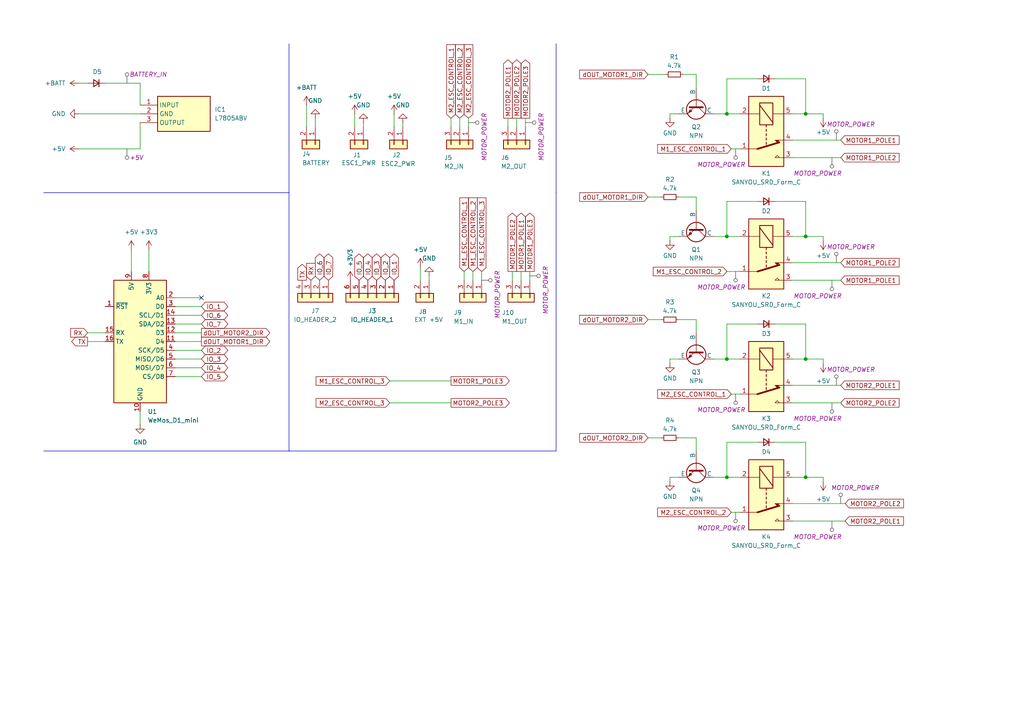
<source format=kicad_sch>
(kicad_sch (version 20231120) (generator "eeschema") (generator_version "8.0")
  (paper "A4")
  (lib_symbols
    (symbol "Connector_Generic:Conn_01x02" (pin_names (offset 1.016) hide)
      (property "Reference" "J" (at 0 2.54 0))
      (property "Value" "Conn_01x02" (at 0 -5.08 0))
      (symbol "Conn_01x02_1_1"
        (rectangle (start -1.27 -2.413) (end 0 -2.667) (stroke (width 0.1524)))
        (rectangle (start -1.27 0.127) (end 0 -0.127) (stroke (width 0.1524)))
        (rectangle (start -1.27 1.27) (end 1.27 -3.81) (stroke (width 0.254)) (fill (type background)))
        (pin passive line (at -5.08 0 0) (length 3.81) (name "Pin_1") (number "1"))
        (pin passive line (at -5.08 -2.54 0) (length 3.81) (name "Pin_2") (number "2"))
      )
    )
    (symbol "Connector_Generic:Conn_01x03" (pin_names (offset 1.016) hide)
      (property "Reference" "J" (at 0 5.08 0))
      (property "Value" "Conn_01x03" (at 0 -5.08 0))
      (symbol "Conn_01x03_1_1"
        (rectangle (start -1.27 -2.413) (end 0 -2.667) (stroke (width 0.1524)))
        (rectangle (start -1.27 0.127) (end 0 -0.127) (stroke (width 0.1524)))
        (rectangle (start -1.27 2.667) (end 0 2.413) (stroke (width 0.1524)))
        (rectangle (start -1.27 3.81) (end 1.27 -3.81) (stroke (width 0.254)) (fill (type background)))
        (pin passive line (at -5.08 2.54 0) (length 3.81) (name "Pin_1") (number "1"))
        (pin passive line (at -5.08 0 0) (length 3.81) (name "Pin_2") (number "2"))
        (pin passive line (at -5.08 -2.54 0) (length 3.81) (name "Pin_3") (number "3"))
      )
    )
    (symbol "Connector_Generic:Conn_01x04" (pin_names (offset 1.016) hide)
      (property "Reference" "J" (at 0 5.08 0))
      (property "Value" "Conn_01x04" (at 0 -7.62 0))
      (symbol "Conn_01x04_1_1"
        (rectangle (start -1.27 -4.953) (end 0 -5.207) (stroke (width 0.1524)))
        (rectangle (start -1.27 -2.413) (end 0 -2.667) (stroke (width 0.1524)))
        (rectangle (start -1.27 0.127) (end 0 -0.127) (stroke (width 0.1524)))
        (rectangle (start -1.27 2.667) (end 0 2.413) (stroke (width 0.1524)))
        (rectangle (start -1.27 3.81) (end 1.27 -6.35) (stroke (width 0.254)) (fill (type background)))
        (pin passive line (at -5.08 2.54 0) (length 3.81) (name "Pin_1") (number "1"))
        (pin passive line (at -5.08 0 0) (length 3.81) (name "Pin_2") (number "2"))
        (pin passive line (at -5.08 -2.54 0) (length 3.81) (name "Pin_3") (number "3"))
        (pin passive line (at -5.08 -5.08 0) (length 3.81) (name "Pin_4") (number "4"))
      )
    )
    (symbol "Connector_Generic:Conn_01x06" (pin_names (offset 1.016) hide)
      (property "Reference" "J" (at 0 7.62 0))
      (property "Value" "Conn_01x06" (at 0 -10.16 0))
      (symbol "Conn_01x06_1_1"
        (rectangle (start -1.27 -7.493) (end 0 -7.747) (stroke (width 0.1524)))
        (rectangle (start -1.27 -4.953) (end 0 -5.207) (stroke (width 0.1524)))
        (rectangle (start -1.27 -2.413) (end 0 -2.667) (stroke (width 0.1524)))
        (rectangle (start -1.27 0.127) (end 0 -0.127) (stroke (width 0.1524)))
        (rectangle (start -1.27 2.667) (end 0 2.413) (stroke (width 0.1524)))
        (rectangle (start -1.27 5.207) (end 0 4.953) (stroke (width 0.1524)))
        (rectangle (start -1.27 6.35) (end 1.27 -8.89) (stroke (width 0.254)) (fill (type background)))
        (pin passive line (at -5.08 5.08 0) (length 3.81) (name "Pin_1") (number "1"))
        (pin passive line (at -5.08 2.54 0) (length 3.81) (name "Pin_2") (number "2"))
        (pin passive line (at -5.08 0 0) (length 3.81) (name "Pin_3") (number "3"))
        (pin passive line (at -5.08 -2.54 0) (length 3.81) (name "Pin_4") (number "4"))
        (pin passive line (at -5.08 -5.08 0) (length 3.81) (name "Pin_5") (number "5"))
        (pin passive line (at -5.08 -7.62 0) (length 3.81) (name "Pin_6") (number "6"))
      )
    )
    (symbol "Device:D_Small" (pin_numbers hide) (pin_names (offset 0.254) hide)
      (property "Reference" "D" (at -1.27 2.032 0))
      (property "Value" "D_Small" (at -3.81 -2.032 0))
      (symbol "D_Small_0_1"
        (polyline (pts (xy -0.762 -1.016) (xy -0.762 1.016)) (stroke (width 0.254)))
        (polyline (pts (xy -0.762 0) (xy 0.762 0)))
        (polyline (pts (xy 0.762 -1.016) (xy -0.762 0) (xy 0.762 1.016) (xy 0.762 -1.016)) (stroke (width 0.254)))
      )
      (symbol "D_Small_1_1"
        (pin passive line (at -2.54 0 0) (length 1.778) (name "K") (number "1"))
        (pin passive line (at 2.54 0 180) (length 1.778) (name "A") (number "2"))
      )
    )
    (symbol "Device:R_Small" (pin_numbers hide) (pin_names (offset 0.254) hide)
      (property "Reference" "R" (at 0.762 0.508 0))
      (property "Value" "R_Small" (at 0.762 -1.016 0))
      (symbol "R_Small_0_1"
        (rectangle (start -0.762 1.778) (end 0.762 -1.778) (stroke (width 0.2032)))
      )
      (symbol "R_Small_1_1"
        (pin passive line (at 0 2.54 270) (length 0.762) (name "~") (number "1"))
        (pin passive line (at 0 -2.54 90) (length 0.762) (name "~") (number "2"))
      )
    )
    (symbol "MCU_Module:WeMos_D1_mini"
      (property "Reference" "U" (at 3.81 19.05 0))
      (property "Value" "WeMos_D1_mini" (at 1.27 -19.05 0))
      (symbol "WeMos_D1_mini_1_1"
        (rectangle (start -7.62 17.78) (end 7.62 -17.78) (stroke (width 0.254)) (fill (type background)))
        (pin input line (at -10.16 10.16 0) (length 2.54) (name "~{RST}") (number "1"))
        (pin power_in line (at 0 -20.32 90) (length 2.54) (name "GND") (number "10"))
        (pin bidirectional line (at 10.16 0 180) (length 2.54) (name "D4") (number "11"))
        (pin bidirectional line (at 10.16 2.54 180) (length 2.54) (name "D3") (number "12"))
        (pin bidirectional line (at 10.16 5.08 180) (length 2.54) (name "SDA/D2") (number "13"))
        (pin bidirectional line (at 10.16 7.62 180) (length 2.54) (name "SCL/D1") (number "14"))
        (pin input line (at -10.16 2.54 0) (length 2.54) (name "RX") (number "15"))
        (pin output line (at -10.16 0 0) (length 2.54) (name "TX") (number "16"))
        (pin input line (at 10.16 12.7 180) (length 2.54) (name "A0") (number "2"))
        (pin bidirectional line (at 10.16 10.16 180) (length 2.54) (name "D0") (number "3"))
        (pin bidirectional line (at 10.16 -2.54 180) (length 2.54) (name "SCK/D5") (number "4"))
        (pin bidirectional line (at 10.16 -5.08 180) (length 2.54) (name "MISO/D6") (number "5"))
        (pin bidirectional line (at 10.16 -7.62 180) (length 2.54) (name "MOSI/D7") (number "6"))
        (pin bidirectional line (at 10.16 -10.16 180) (length 2.54) (name "CS/D8") (number "7"))
        (pin power_out line (at 2.54 20.32 270) (length 2.54) (name "3V3") (number "8"))
        (pin power_in line (at -2.54 20.32 270) (length 2.54) (name "5V") (number "9"))
      )
    )
    (symbol "Relay:SANYOU_SRD_Form_C"
      (property "Reference" "K" (at 11.43 3.81 0))
      (property "Value" "SANYOU_SRD_Form_C" (at 11.43 1.27 0))
      (symbol "SANYOU_SRD_Form_C_0_0"
        (polyline (pts (xy 7.62 5.08) (xy 7.62 2.54) (xy 6.985 3.175) (xy 7.62 3.81)))
      )
      (symbol "SANYOU_SRD_Form_C_0_1"
        (rectangle (start -10.16 5.08) (end 10.16 -5.08) (stroke (width 0.254)) (fill (type background)))
        (rectangle (start -8.255 1.905) (end -1.905 -1.905) (stroke (width 0.254)))
        (polyline (pts (xy -7.62 -1.905) (xy -2.54 1.905)) (stroke (width 0.254)))
        (polyline (pts (xy -5.08 -5.08) (xy -5.08 -1.905)))
        (polyline (pts (xy -5.08 5.08) (xy -5.08 1.905)))
        (polyline (pts (xy -1.905 0) (xy -1.27 0)) (stroke (width 0.254)))
        (polyline (pts (xy -0.635 0) (xy 0 0)) (stroke (width 0.254)))
        (polyline (pts (xy 0.635 0) (xy 1.27 0)) (stroke (width 0.254)))
        (polyline (pts (xy 1.905 0) (xy 2.54 0)) (stroke (width 0.254)))
        (polyline (pts (xy 3.175 0) (xy 3.81 0)) (stroke (width 0.254)))
        (polyline (pts (xy 5.08 -2.54) (xy 3.175 3.81)) (stroke (width 0.508)))
        (polyline (pts (xy 5.08 -2.54) (xy 5.08 -5.08)))
      )
      (symbol "SANYOU_SRD_Form_C_1_1"
        (polyline (pts (xy 2.54 3.81) (xy 3.175 3.175) (xy 2.54 2.54) (xy 2.54 5.08)) (fill (type outline)))
        (pin passive line (at 5.08 -7.62 90) (length 2.54) (name "~") (number "1"))
        (pin passive line (at -5.08 -7.62 90) (length 2.54) (name "~") (number "2"))
        (pin passive line (at 7.62 7.62 270) (length 2.54) (name "~") (number "3"))
        (pin passive line (at 2.54 7.62 270) (length 2.54) (name "~") (number "4"))
        (pin passive line (at -5.08 7.62 270) (length 2.54) (name "~") (number "5"))
      )
    )
    (symbol "SamacSys_Parts:L7805ABV"
      (property "Reference" "IC" (at 21.59 7.62 0))
      (property "Value" "L7805ABV" (at 21.59 5.08 0))
      (symbol "L7805ABV_1_1"
        (rectangle (start 5.08 2.54) (end 20.32 -7.62) (stroke (width 0.254)) (fill (type background)))
        (pin passive line (at 0 0 0) (length 5.08) (name "INPUT") (number "1"))
        (pin passive line (at 0 -2.54 0) (length 5.08) (name "GND") (number "2"))
        (pin passive line (at 0 -5.08 0) (length 5.08) (name "OUTPUT") (number "3"))
      )
    )
    (symbol "Simulation_SPICE:NPN" (pin_numbers hide) (pin_names (offset 0))
      (property "Reference" "Q" (at -2.54 7.62 0))
      (property "Value" "NPN" (at -2.54 5.08 0))
      (symbol "NPN_0_1"
        (polyline (pts (xy -2.54 0) (xy 0.635 0)) (stroke (width 0.1524)))
        (polyline (pts (xy 0.635 0.635) (xy 2.54 2.54)))
        (polyline (pts (xy 2.794 -1.27) (xy 2.794 -1.27)) (stroke (width 0.1524)))
        (polyline (pts (xy 2.794 -1.27) (xy 2.794 -1.27)) (stroke (width 0.1524)))
        (polyline (pts (xy 0.635 -0.635) (xy 2.54 -2.54) (xy 2.54 -2.54)))
        (polyline (pts (xy 0.635 1.905) (xy 0.635 -1.905) (xy 0.635 -1.905)) (stroke (width 0.508)))
        (polyline (pts (xy 1.27 -1.778) (xy 1.778 -1.27) (xy 2.286 -2.286) (xy 1.27 -1.778) (xy 1.27 -1.778)) (fill (type outline)))
        (circle (center 1.27 0) (radius 2.8194) (stroke (width 0.254)))
      )
      (symbol "NPN_1_1"
        (pin open_collector line (at 2.54 5.08 270) (length 2.54) (name "C") (number "1"))
        (pin input line (at -5.08 0 0) (length 2.54) (name "B") (number "2"))
        (pin open_emitter line (at 2.54 -5.08 90) (length 2.54) (name "E") (number "3"))
      )
    )
    (symbol "power:+3V3" (power) (pin_numbers hide) (pin_names (offset 0) hide)
      (property "Value" "+3V3" (at 0 3.556 0))
      (symbol "+3V3_0_1"
        (polyline (pts (xy -0.762 1.27) (xy 0 2.54)))
        (polyline (pts (xy 0 0) (xy 0 2.54)))
        (polyline (pts (xy 0 2.54) (xy 0.762 1.27)))
      )
      (symbol "+3V3_1_1"
        (pin power_in line (at 0 0 90) (length 0) (name "~") (number "1"))
      )
    )
    (symbol "power:+5V" (power) (pin_numbers hide) (pin_names (offset 0) hide)
      (property "Value" "+5V" (at 0 3.556 0))
      (symbol "+5V_0_1"
        (polyline (pts (xy -0.762 1.27) (xy 0 2.54)))
        (polyline (pts (xy 0 0) (xy 0 2.54)))
        (polyline (pts (xy 0 2.54) (xy 0.762 1.27)))
      )
      (symbol "+5V_1_1"
        (pin power_in line (at 0 0 90) (length 0) (name "~") (number "1"))
      )
    )
    (symbol "power:+BATT" (power) (pin_numbers hide) (pin_names (offset 0) hide)
      (property "Value" "+BATT" (at 0 3.556 0))
      (symbol "+BATT_0_1"
        (polyline (pts (xy -0.762 1.27) (xy 0 2.54)))
        (polyline (pts (xy 0 0) (xy 0 2.54)))
        (polyline (pts (xy 0 2.54) (xy 0.762 1.27)))
      )
      (symbol "+BATT_1_1"
        (pin power_in line (at 0 0 90) (length 0) (name "~") (number "1"))
      )
    )
    (symbol "power:GND" (power) (pin_numbers hide) (pin_names (offset 0) hide)
      (property "Value" "GND" (at 0 -3.81 0))
      (symbol "GND_0_1"
        (polyline (pts (xy 0 0) (xy 0 -1.27) (xy 1.27 -1.27) (xy 0 -2.54) (xy -1.27 -1.27) (xy 0 -1.27)))
      )
      (symbol "GND_1_1"
        (pin power_in line (at 0 0 270) (length 0) (name "~") (number "1"))
      )
    )
  )
  (junction (at 233.68 33.02))
  (junction (at 233.68 68.58))
  (junction (at 210.82 68.58))
  (junction (at 233.68 104.14))
  (junction (at 210.82 33.02))
  (junction (at 233.68 138.43))
  (junction (at 210.82 138.43))
  (junction (at 210.82 104.14))
  (no_connect (at 58.42 86.36))
  (wire (pts (xy 224.79 22.86) (xy 233.68 22.86)))
  (polyline (pts (xy 161.29 130.81) (xy 161.29 55.88)))
  (wire (pts (xy 130.81 34.29) (xy 130.81 36.83)))
  (wire (pts (xy 116.84 35.56) (xy 116.84 36.83)))
  (wire (pts (xy 40.64 24.13) (xy 40.64 30.48)))
  (wire (pts (xy 147.32 34.29) (xy 147.32 36.83)))
  (wire (pts (xy 102.87 33.02) (xy 102.87 36.83)))
  (wire (pts (xy 50.8 93.98) (xy 58.42 93.98)))
  (polyline (pts (xy 83.82 55.88) (xy 83.82 130.81)))
  (wire (pts (xy 238.76 138.43) (xy 233.68 138.43)))
  (wire (pts (xy 194.31 68.58) (xy 196.85 68.58)))
  (wire (pts (xy 214.63 68.58) (xy 210.82 68.58)))
  (wire (pts (xy 22.86 43.18) (xy 40.64 43.18)))
  (wire (pts (xy 194.31 139.7) (xy 194.31 138.43)))
  (wire (pts (xy 201.93 92.71) (xy 201.93 96.52)))
  (wire (pts (xy 148.59 78.74) (xy 148.59 81.28)))
  (wire (pts (xy 135.89 34.29) (xy 135.89 36.83)))
  (wire (pts (xy 214.63 33.02) (xy 210.82 33.02)))
  (wire (pts (xy 201.93 127) (xy 201.93 130.81)))
  (wire (pts (xy 133.35 34.29) (xy 133.35 36.83)))
  (wire (pts (xy 207.01 33.02) (xy 210.82 33.02)))
  (wire (pts (xy 238.76 139.7) (xy 238.76 138.43)))
  (wire (pts (xy 233.68 33.02) (xy 229.87 33.02)))
  (wire (pts (xy 43.18 72.39) (xy 43.18 78.74)))
  (wire (pts (xy 238.76 33.02) (xy 233.68 33.02)))
  (wire (pts (xy 201.93 21.59) (xy 201.93 25.4)))
  (wire (pts (xy 219.71 128.27) (xy 210.82 128.27)))
  (wire (pts (xy 224.79 128.27) (xy 233.68 128.27)))
  (wire (pts (xy 229.87 111.76) (xy 243.84 111.76)))
  (wire (pts (xy 229.87 40.64) (xy 243.84 40.64)))
  (wire (pts (xy 187.96 21.59) (xy 193.04 21.59)))
  (polyline (pts (xy 12.7 55.88) (xy 83.82 55.88)))
  (wire (pts (xy 149.86 34.29) (xy 149.86 36.83)))
  (wire (pts (xy 91.44 34.29) (xy 91.44 36.83)))
  (wire (pts (xy 224.79 58.42) (xy 233.68 58.42)))
  (wire (pts (xy 40.64 119.38) (xy 40.64 123.19)))
  (wire (pts (xy 229.87 76.2) (xy 243.84 76.2)))
  (wire (pts (xy 219.71 58.42) (xy 210.82 58.42)))
  (wire (pts (xy 196.85 57.15) (xy 201.93 57.15)))
  (wire (pts (xy 196.85 92.71) (xy 201.93 92.71)))
  (wire (pts (xy 233.68 68.58) (xy 229.87 68.58)))
  (wire (pts (xy 238.76 105.41) (xy 238.76 104.14)))
  (wire (pts (xy 238.76 69.85) (xy 238.76 68.58)))
  (wire (pts (xy 229.87 146.05) (xy 245.11 146.05)))
  (wire (pts (xy 22.86 33.02) (xy 40.64 33.02)))
  (wire (pts (xy 194.31 34.29) (xy 194.31 33.02)))
  (wire (pts (xy 50.8 88.9) (xy 58.42 88.9)))
  (wire (pts (xy 105.41 35.56) (xy 105.41 36.83)))
  (wire (pts (xy 187.96 92.71) (xy 191.77 92.71)))
  (wire (pts (xy 233.68 128.27) (xy 233.68 138.43)))
  (wire (pts (xy 50.8 96.52) (xy 58.42 96.52)))
  (wire (pts (xy 187.96 57.15) (xy 191.77 57.15)))
  (polyline (pts (xy 161.29 12.7) (xy 161.29 55.88)))
  (polyline (pts (xy 83.82 130.81) (xy 161.29 130.81)))
  (wire (pts (xy 212.09 43.18) (xy 214.63 43.18)))
  (wire (pts (xy 214.63 104.14) (xy 210.82 104.14)))
  (wire (pts (xy 233.68 138.43) (xy 229.87 138.43)))
  (wire (pts (xy 38.1 72.39) (xy 38.1 78.74)))
  (wire (pts (xy 194.31 33.02) (xy 196.85 33.02)))
  (wire (pts (xy 50.8 101.6) (xy 58.42 101.6)))
  (wire (pts (xy 214.63 138.43) (xy 210.82 138.43)))
  (wire (pts (xy 238.76 104.14) (xy 233.68 104.14)))
  (wire (pts (xy 152.4 34.29) (xy 152.4 36.83)))
  (wire (pts (xy 198.12 21.59) (xy 201.93 21.59)))
  (wire (pts (xy 238.76 34.29) (xy 238.76 33.02)))
  (wire (pts (xy 233.68 22.86) (xy 233.68 33.02)))
  (wire (pts (xy 50.8 86.36) (xy 58.42 86.36)))
  (polyline (pts (xy 12.7 130.81) (xy 83.82 130.81)))
  (wire (pts (xy 233.68 58.42) (xy 233.68 68.58)))
  (wire (pts (xy 233.68 104.14) (xy 229.87 104.14)))
  (wire (pts (xy 212.09 114.3) (xy 214.63 114.3)))
  (wire (pts (xy 238.76 68.58) (xy 233.68 68.58)))
  (wire (pts (xy 210.82 78.74) (xy 214.63 78.74)))
  (wire (pts (xy 153.67 78.74) (xy 153.67 81.28)))
  (wire (pts (xy 201.93 57.15) (xy 201.93 60.96)))
  (wire (pts (xy 187.96 127) (xy 191.77 127)))
  (wire (pts (xy 139.7 78.74) (xy 139.7 81.28)))
  (wire (pts (xy 50.8 109.22) (xy 58.42 109.22)))
  (wire (pts (xy 113.03 110.49) (xy 130.81 110.49)))
  (wire (pts (xy 25.4 96.52) (xy 30.48 96.52)))
  (wire (pts (xy 210.82 58.42) (xy 210.82 68.58)))
  (wire (pts (xy 25.4 99.06) (xy 30.48 99.06)))
  (wire (pts (xy 50.8 99.06) (xy 58.42 99.06)))
  (wire (pts (xy 210.82 22.86) (xy 210.82 33.02)))
  (wire (pts (xy 207.01 104.14) (xy 210.82 104.14)))
  (wire (pts (xy 210.82 128.27) (xy 210.82 138.43)))
  (wire (pts (xy 50.8 104.14) (xy 58.42 104.14)))
  (wire (pts (xy 88.9 30.48) (xy 88.9 36.83)))
  (wire (pts (xy 124.46 80.01) (xy 124.46 81.28)))
  (wire (pts (xy 207.01 68.58) (xy 210.82 68.58)))
  (wire (pts (xy 194.31 138.43) (xy 196.85 138.43)))
  (wire (pts (xy 219.71 22.86) (xy 210.82 22.86)))
  (wire (pts (xy 229.87 116.84) (xy 243.84 116.84)))
  (wire (pts (xy 40.64 43.18) (xy 40.64 35.56)))
  (wire (pts (xy 113.03 116.84) (xy 130.81 116.84)))
  (wire (pts (xy 210.82 93.98) (xy 210.82 104.14)))
  (wire (pts (xy 224.79 93.98) (xy 233.68 93.98)))
  (wire (pts (xy 137.16 78.74) (xy 137.16 81.28)))
  (wire (pts (xy 229.87 81.28) (xy 243.84 81.28)))
  (wire (pts (xy 30.48 24.13) (xy 40.64 24.13)))
  (wire (pts (xy 50.8 91.44) (xy 58.42 91.44)))
  (wire (pts (xy 196.85 127) (xy 201.93 127)))
  (wire (pts (xy 194.31 69.85) (xy 194.31 68.58)))
  (wire (pts (xy 194.31 104.14) (xy 196.85 104.14)))
  (wire (pts (xy 121.92 77.47) (xy 121.92 81.28)))
  (wire (pts (xy 229.87 45.72) (xy 243.84 45.72)))
  (wire (pts (xy 25.4 24.13) (xy 22.86 24.13)))
  (wire (pts (xy 212.09 148.59) (xy 214.63 148.59)))
  (wire (pts (xy 134.62 78.74) (xy 134.62 81.28)))
  (wire (pts (xy 233.68 93.98) (xy 233.68 104.14)))
  (polyline (pts (xy 83.82 12.7) (xy 83.82 55.88)))
  (wire (pts (xy 114.3 33.02) (xy 114.3 36.83)))
  (wire (pts (xy 207.01 138.43) (xy 210.82 138.43)))
  (wire (pts (xy 229.87 151.13) (xy 245.11 151.13)))
  (wire (pts (xy 194.31 105.41) (xy 194.31 104.14)))
  (wire (pts (xy 219.71 93.98) (xy 210.82 93.98)))
  (wire (pts (xy 151.13 78.74) (xy 151.13 81.28)))
  (wire (pts (xy 50.8 106.68) (xy 58.42 106.68)))
  (global_label "M1_ESC_CONTROL_1" (shape input) (at 134.62 78.74 90) (property "Intersheetrefs" "${INTERSHEET_REFS}" (effects (hide yes))))
  (global_label "M2_ESC_CONTROL_3" (shape input) (at 135.89 34.29 90) (property "Intersheetrefs" "${INTERSHEET_REFS}" (effects (hide yes))))
  (global_label "IO_5" (shape bidirectional) (at 58.42 109.22 0) (property "Intersheetrefs" "${INTERSHEET_REFS}" (effects (hide yes))))
  (global_label "IO_7" (shape bidirectional) (at 95.25 81.28 90) (property "Intersheetrefs" "${INTERSHEET_REFS}" (effects (hide yes))))
  (global_label "MOTOR2_POLE2" (shape input) (at 243.84 116.84 0) (property "Intersheetrefs" "${INTERSHEET_REFS}" (effects (hide yes))))
  (global_label "MOTOR2_POLE3" (shape output) (at 152.4 34.29 90) (property "Intersheetrefs" "${INTERSHEET_REFS}" (effects (hide yes))))
  (global_label "IO_5" (shape bidirectional) (at 104.14 81.28 90) (property "Intersheetrefs" "${INTERSHEET_REFS}" (effects (hide yes))))
  (global_label "IO_7" (shape bidirectional) (at 58.42 93.98 0) (property "Intersheetrefs" "${INTERSHEET_REFS}" (effects (hide yes))))
  (global_label "IO_6" (shape bidirectional) (at 58.42 91.44 0) (property "Intersheetrefs" "${INTERSHEET_REFS}" (effects (hide yes))))
  (global_label "M2_ESC_CONTROL_1" (shape input) (at 130.81 34.29 90) (property "Intersheetrefs" "${INTERSHEET_REFS}" (effects (hide yes))))
  (global_label "IO_2" (shape bidirectional) (at 111.76 81.28 90) (property "Intersheetrefs" "${INTERSHEET_REFS}" (effects (hide yes))))
  (global_label "MOTOR2_POLE1" (shape output) (at 147.32 34.29 90) (property "Intersheetrefs" "${INTERSHEET_REFS}" (effects (hide yes))))
  (global_label "M2_ESC_CONTROL_2" (shape input) (at 133.35 34.29 90) (property "Intersheetrefs" "${INTERSHEET_REFS}" (effects (hide yes))))
  (global_label "MOTOR2_POLE3" (shape output) (at 130.81 116.84 0) (property "Intersheetrefs" "${INTERSHEET_REFS}" (effects (hide yes))))
  (global_label "M1_ESC_CONTROL_3" (shape input) (at 113.03 110.49 180) (property "Intersheetrefs" "${INTERSHEET_REFS}" (effects (hide yes))))
  (global_label "M1_ESC_CONTROL_2" (shape input) (at 210.82 78.74 180) (property "Intersheetrefs" "${INTERSHEET_REFS}" (effects (hide yes))))
  (global_label "dOUT_MOTOR1_DIR" (shape input) (at 187.96 57.15 180) (property "Intersheetrefs" "${INTERSHEET_REFS}" (effects (hide yes))))
  (global_label "M1_ESC_CONTROL_3" (shape input) (at 139.7 78.74 90) (property "Intersheetrefs" "${INTERSHEET_REFS}" (effects (hide yes))))
  (global_label "IO_2" (shape bidirectional) (at 58.42 101.6 0) (property "Intersheetrefs" "${INTERSHEET_REFS}" (effects (hide yes))))
  (global_label "RX" (shape input) (at 90.17 81.28 90) (property "Intersheetrefs" "${INTERSHEET_REFS}" (effects (hide yes))))
  (global_label "MOTOR1_POLE2" (shape output) (at 148.59 78.74 90) (property "Intersheetrefs" "${INTERSHEET_REFS}" (effects (hide yes))))
  (global_label "MOTOR1_POLE1" (shape input) (at 243.84 81.28 0) (property "Intersheetrefs" "${INTERSHEET_REFS}" (effects (hide yes))))
  (global_label "IO_4" (shape bidirectional) (at 58.42 106.68 0) (property "Intersheetrefs" "${INTERSHEET_REFS}" (effects (hide yes))))
  (global_label "IO_1" (shape bidirectional) (at 58.42 88.9 0) (property "Intersheetrefs" "${INTERSHEET_REFS}" (effects (hide yes))))
  (global_label "dOUT_MOTOR1_DIR" (shape output) (at 58.42 99.06 0) (property "Intersheetrefs" "${INTERSHEET_REFS}" (effects (hide yes))))
  (global_label "IO_1" (shape bidirectional) (at 114.3 81.28 90) (property "Intersheetrefs" "${INTERSHEET_REFS}" (effects (hide yes))))
  (global_label "TX" (shape output) (at 87.63 81.28 90) (property "Intersheetrefs" "${INTERSHEET_REFS}" (effects (hide yes))))
  (global_label "MOTOR2_POLE1" (shape input) (at 245.11 151.13 0) (property "Intersheetrefs" "${INTERSHEET_REFS}" (effects (hide yes))))
  (global_label "MOTOR2_POLE1" (shape input) (at 243.84 111.76 0) (property "Intersheetrefs" "${INTERSHEET_REFS}" (effects (hide yes))))
  (global_label "MOTOR1_POLE2" (shape input) (at 243.84 76.2 0) (property "Intersheetrefs" "${INTERSHEET_REFS}" (effects (hide yes))))
  (global_label "dOUT_MOTOR2_DIR" (shape output) (at 58.42 96.52 0) (property "Intersheetrefs" "${INTERSHEET_REFS}" (effects (hide yes))))
  (global_label "IO_3" (shape bidirectional) (at 109.22 81.28 90) (property "Intersheetrefs" "${INTERSHEET_REFS}" (effects (hide yes))))
  (global_label "M2_ESC_CONTROL_3" (shape input) (at 113.03 116.84 180) (property "Intersheetrefs" "${INTERSHEET_REFS}" (effects (hide yes))))
  (global_label "dOUT_MOTOR2_DIR" (shape input) (at 187.96 92.71 180) (property "Intersheetrefs" "${INTERSHEET_REFS}" (effects (hide yes))))
  (global_label "M2_ESC_CONTROL_2" (shape input) (at 212.09 148.59 180) (property "Intersheetrefs" "${INTERSHEET_REFS}" (effects (hide yes))))
  (global_label "MOTOR2_POLE2" (shape input) (at 245.11 146.05 0) (property "Intersheetrefs" "${INTERSHEET_REFS}" (effects (hide yes))))
  (global_label "dOUT_MOTOR2_DIR" (shape input) (at 187.96 127 180) (property "Intersheetrefs" "${INTERSHEET_REFS}" (effects (hide yes))))
  (global_label "IO_3" (shape bidirectional) (at 58.42 104.14 0) (property "Intersheetrefs" "${INTERSHEET_REFS}" (effects (hide yes))))
  (global_label "M2_ESC_CONTROL_1" (shape input) (at 212.09 114.3 180) (property "Intersheetrefs" "${INTERSHEET_REFS}" (effects (hide yes))))
  (global_label "MOTOR1_POLE3" (shape output) (at 130.81 110.49 0) (property "Intersheetrefs" "${INTERSHEET_REFS}" (effects (hide yes))))
  (global_label "MOTOR1_POLE3" (shape output) (at 153.67 78.74 90) (property "Intersheetrefs" "${INTERSHEET_REFS}" (effects (hide yes))))
  (global_label "TX" (shape output) (at 25.4 99.06 180) (property "Intersheetrefs" "${INTERSHEET_REFS}" (effects (hide yes))))
  (global_label "M1_ESC_CONTROL_1" (shape input) (at 212.09 43.18 180) (property "Intersheetrefs" "${INTERSHEET_REFS}" (effects (hide yes))))
  (global_label "RX" (shape input) (at 25.4 96.52 180) (property "Intersheetrefs" "${INTERSHEET_REFS}" (effects (hide yes))))
  (global_label "IO_6" (shape bidirectional) (at 92.71 81.28 90) (property "Intersheetrefs" "${INTERSHEET_REFS}" (effects (hide yes))))
  (global_label "MOTOR1_POLE1" (shape input) (at 243.84 40.64 0) (property "Intersheetrefs" "${INTERSHEET_REFS}" (effects (hide yes))))
  (global_label "dOUT_MOTOR1_DIR" (shape input) (at 187.96 21.59 180) (property "Intersheetrefs" "${INTERSHEET_REFS}" (effects (hide yes))))
  (global_label "MOTOR1_POLE2" (shape input) (at 243.84 45.72 0) (property "Intersheetrefs" "${INTERSHEET_REFS}" (effects (hide yes))))
  (global_label "IO_4" (shape bidirectional) (at 106.68 81.28 90) (property "Intersheetrefs" "${INTERSHEET_REFS}" (effects (hide yes))))
  (global_label "M1_ESC_CONTROL_2" (shape input) (at 137.16 78.74 90) (property "Intersheetrefs" "${INTERSHEET_REFS}" (effects (hide yes))))
  (global_label "MOTOR1_POLE1" (shape output) (at 151.13 78.74 90) (property "Intersheetrefs" "${INTERSHEET_REFS}" (effects (hide yes))))
  (global_label "MOTOR2_POLE2" (shape output) (at 149.86 34.29 90) (property "Intersheetrefs" "${INTERSHEET_REFS}" (effects (hide yes))))
  (netclass_flag "" (length 2.54) (shape round) (at 243.84 146.05 0) (property "Netclass" "MOTOR_POWER" (at 255.016 141.478 0) (effects (font (italic yes)) (justify right))))
  (netclass_flag "" (length 2.54) (shape round) (at 213.36 78.74 180) (property "Netclass" "MOTOR_POWER" (at 202.184 83.312 0) (effects (font (italic yes)) (justify left))))
  (netclass_flag "" (length 2.54) (shape round) (at 139.7 81.28 270) (property "Netclass" "MOTOR_POWER" (at 144.272 92.456 90) (effects (font (italic yes)) (justify left))))
  (netclass_flag "" (length 2.54) (shape round) (at 241.3 151.13 180) (property "Netclass" "MOTOR_POWER" (at 230.124 155.702 0) (effects (font (italic yes)) (justify left))))
  (netclass_flag "" (length 2.54) (shape round) (at 213.36 148.59 180) (property "Netclass" "MOTOR_POWER" (at 202.184 153.162 0) (effects (font (italic yes)) (justify left))))
  (netclass_flag "" (length 2.54) (shape round) (at 36.83 43.18 180) (property "Netclass" "+5V" (at 37.5285 45.72 0) (effects (font (italic yes)) (justify left))))
  (netclass_flag "" (length 2.54) (shape round) (at 213.36 114.3 180) (property "Netclass" "MOTOR_POWER" (at 202.184 118.872 0) (effects (font (italic yes)) (justify left))))
  (netclass_flag "" (length 2.54) (shape round) (at 241.3 81.28 180) (property "Netclass" "MOTOR_POWER" (at 230.124 85.852 0) (effects (font (italic yes)) (justify left))))
  (netclass_flag "" (length 2.54) (shape round) (at 241.3 45.72 180) (property "Netclass" "MOTOR_POWER" (at 230.124 50.292 0) (effects (font (italic yes)) (justify left))))
  (netclass_flag "" (length 2.54) (shape round) (at 153.67 80.01 270) (property "Netclass" "MOTOR_POWER" (at 158.242 91.186 90) (effects (font (italic yes)) (justify left))))
  (netclass_flag "" (length 2.54) (shape round) (at 36.83 24.13 0) (property "Netclass" "BATTERY_IN" (at 37.5285 21.59 0) (effects (font (italic yes)) (justify left))))
  (netclass_flag "" (length 2.54) (shape round) (at 135.89 35.56 270) (property "Netclass" "MOTOR_POWER" (at 140.462 46.736 90) (effects (font (italic yes)) (justify left))))
  (netclass_flag "" (length 2.54) (shape round) (at 242.57 111.76 0) (property "Netclass" "MOTOR_POWER" (at 253.746 107.188 0) (effects (font (italic yes)) (justify right))))
  (netclass_flag "" (length 2.54) (shape round) (at 152.4 35.56 270) (property "Netclass" "MOTOR_POWER" (at 156.972 46.736 90) (effects (font (italic yes)) (justify left))))
  (netclass_flag "" (length 2.54) (shape round) (at 242.57 76.2 0) (property "Netclass" "MOTOR_POWER" (at 253.746 71.628 0) (effects (font (italic yes)) (justify right))))
  (netclass_flag "" (length 2.54) (shape round) (at 242.57 40.64 0) (property "Netclass" "MOTOR_POWER" (at 253.746 36.068 0) (effects (font (italic yes)) (justify right))))
  (netclass_flag "" (length 2.54) (shape round) (at 213.36 43.18 180) (property "Netclass" "MOTOR_POWER" (at 202.184 47.752 0) (effects (font (italic yes)) (justify left))))
  (netclass_flag "" (length 2.54) (shape round) (at 241.3 116.84 180) (property "Netclass" "MOTOR_POWER" (at 230.124 121.412 0) (effects (font (italic yes)) (justify left))))
  (symbol (lib_id "Connector_Generic:Conn_01x03") (at 137.16 86.36 270) (unit 1)
    (property "Reference" "J9" (at 131.572 90.678 90) (effects (justify left)))
    (property "Value" "M1_IN" (at 131.572 93.218 90) (effects (justify left)))
    (property "Footprint" "TerminalBlock:TerminalBlock_Altech_AK300-3_P5.00mm" (effects (hide yes)))
    (property "Description" "Generic connector, single row, 01x03, script generated (kicad-library-utils/schlib/autogen/connector/)" (effects (hide yes)))
  )
  (symbol (lib_id "power:GND") (at 194.31 34.29 0) (unit 1)
    (property "Reference" "#PWR04" (effects (hide yes)))
    (property "Value" "GND" (at 194.31 38.608 0))
    (property "Description" "Power symbol creates a global label with name \"GND\" , ground" (effects (hide yes)))
  )
  (symbol (lib_id "power:GND") (at 124.46 80.01 180) (unit 1)
    (property "Reference" "#PWR023" (effects (hide yes)))
    (property "Value" "GND" (at 124.46 74.93 0))
    (property "Description" "Power symbol creates a global label with name \"GND\" , ground" (effects (hide yes)))
  )
  (symbol (lib_id "Relay:SANYOU_SRD_Form_C") (at 222.25 143.51 270) (unit 1)
    (property "Reference" "K4" (at 222.25 155.702 90))
    (property "Value" "SANYOU_SRD_Form_C" (at 222.25 158.242 90))
    (property "Footprint" "Relay_THT:Relay_SPDT_SANYOU_SRD_Series_Form_C" (effects (hide yes)))
    (property "Datasheet" "http://www.sanyourelay.ca/public/products/pdf/SRD.pdf" (effects (hide yes)))
    (property "Description" "Sanyo SRD relay, Single Pole Miniature Power Relay," (effects (hide yes)))
  )
  (symbol (lib_id "Connector_Generic:Conn_01x02") (at 116.84 41.91 270) (unit 1)
    (property "Reference" "J2" (at 113.792 44.958 90) (effects (justify left)))
    (property "Value" "ESC2_PWR" (at 110.49 47.498 90) (effects (justify left)))
    (property "Footprint" "TerminalBlock:TerminalBlock_Xinya_XY308-2.54-2P_1x02_P2.54mm_Horizontal" (effects (hide yes)))
    (property "Description" "Generic connector, single row, 01x02, script generated (kicad-library-utils/schlib/autogen/connector/)" (effects (hide yes)))
  )
  (symbol (lib_id "Relay:SANYOU_SRD_Form_C") (at 222.25 38.1 270) (unit 1)
    (property "Reference" "K1" (at 222.25 50.292 90))
    (property "Value" "SANYOU_SRD_Form_C" (at 222.25 52.832 90))
    (property "Footprint" "Relay_THT:Relay_SPDT_SANYOU_SRD_Series_Form_C" (effects (hide yes)))
    (property "Datasheet" "http://www.sanyourelay.ca/public/products/pdf/SRD.pdf" (effects (hide yes)))
    (property "Description" "Sanyo SRD relay, Single Pole Miniature Power Relay," (effects (hide yes)))
  )
  (symbol (lib_id "power:+BATT") (at 22.86 24.13 90) (unit 1)
    (property "Reference" "#PWR011" (effects (hide yes)))
    (property "Value" "+BATT" (at 19.05 24.1299 90) (effects (justify left)))
    (property "Description" "Power symbol creates a global label with name \"+BATT\"" (effects (hide yes)))
  )
  (symbol (lib_id "power:+5V") (at 121.92 77.47 0) (unit 1)
    (property "Reference" "#PWR022" (effects (hide yes)))
    (property "Value" "+5V" (at 121.92 72.39 0))
    (property "Description" "Power symbol creates a global label with name \"+5V\"" (effects (hide yes)))
  )
  (symbol (lib_id "power:+5V") (at 238.76 69.85 180) (unit 1)
    (property "Reference" "#PWR06" (effects (hide yes)))
    (property "Value" "+5V" (at 238.76 74.168 0))
    (property "Description" "Power symbol creates a global label with name \"+5V\"" (effects (hide yes)))
  )
  (symbol (lib_id "Simulation_SPICE:NPN") (at 201.93 135.89 270) (unit 1)
    (property "Reference" "Q4" (at 201.93 142.24 90))
    (property "Value" "NPN" (at 201.93 144.78 90))
    (property "Footprint" "Package_TO_SOT_THT:TO-92L_Inline" (effects (hide yes)))
    (property "Datasheet" "https://ngspice.sourceforge.io/docs/ngspice-html-manual/manual.xhtml#cha_BJTs" (effects (hide yes)))
    (property "Description" "Bipolar transistor symbol for simulation only, substrate tied to the emitter" (effects (hide yes)))
    (property "Sim.Device" "NPN" (effects (hide yes)))
    (property "Sim.Type" "GUMMELPOON" (effects (hide yes)))
    (property "Sim.Pins" "1=C 2=B 3=E" (effects (hide yes)))
  )
  (symbol (lib_id "power:GND") (at 91.44 34.29 180) (unit 1)
    (property "Reference" "#PWR019" (effects (hide yes)))
    (property "Value" "GND" (at 91.44 29.21 0))
    (property "Description" "Power symbol creates a global label with name \"GND\" , ground" (effects (hide yes)))
  )
  (symbol (lib_id "power:GND") (at 194.31 139.7 0) (unit 1)
    (property "Reference" "#PWR09" (effects (hide yes)))
    (property "Value" "GND" (at 194.31 144.018 0))
    (property "Description" "Power symbol creates a global label with name \"GND\" , ground" (effects (hide yes)))
  )
  (symbol (lib_id "Connector_Generic:Conn_01x03") (at 151.13 86.36 270) (unit 1)
    (property "Reference" "J10" (at 145.542 90.678 90) (effects (justify left)))
    (property "Value" "M1_OUT" (at 145.542 93.218 90) (effects (justify left)))
    (property "Footprint" "TerminalBlock:TerminalBlock_Altech_AK300-3_P5.00mm" (effects (hide yes)))
    (property "Description" "Generic connector, single row, 01x03, script generated (kicad-library-utils/schlib/autogen/connector/)" (effects (hide yes)))
  )
  (symbol (lib_id "power:GND") (at 105.41 35.56 180) (unit 1)
    (property "Reference" "#PWR015" (effects (hide yes)))
    (property "Value" "GND" (at 105.41 30.48 0))
    (property "Description" "Power symbol creates a global label with name \"GND\" , ground" (effects (hide yes)))
  )
  (symbol (lib_id "Device:D_Small") (at 222.25 93.98 180) (unit 1)
    (property "Reference" "D3" (at 222.25 96.774 0))
    (property "Value" "D_Small" (effects (hide yes)))
    (property "Footprint" "Diode_THT:D_DO-41_SOD81_P10.16mm_Horizontal" (effects (hide yes)))
    (property "Description" "Diode, small symbol" (effects (hide yes)))
    (property "Sim.Device" "D" (effects (hide yes)))
    (property "Sim.Pins" "1=K 2=A" (effects (hide yes)))
  )
  (symbol (lib_id "power:+5V") (at 22.86 43.18 90) (unit 1)
    (property "Reference" "#PWR013" (effects (hide yes)))
    (property "Value" "+5V" (at 19.05 43.1799 90) (effects (justify left)))
    (property "Description" "Power symbol creates a global label with name \"+5V\"" (effects (hide yes)))
  )
  (symbol (lib_id "Connector_Generic:Conn_01x02") (at 91.44 41.91 270) (unit 1)
    (property "Reference" "J4" (at 87.63 44.704 90) (effects (justify left)))
    (property "Value" "BATTERY" (at 87.63 47.244 90) (effects (justify left)))
    (property "Footprint" "Connector_AMASS:AMASS_XT60PW-M_1x02_P7.20mm_Horizontal" (effects (hide yes)))
    (property "Description" "Generic connector, single row, 01x02, script generated (kicad-library-utils/schlib/autogen/connector/)" (effects (hide yes)))
  )
  (symbol (lib_id "Device:D_Small") (at 222.25 58.42 180) (unit 1)
    (property "Reference" "D2" (at 222.25 61.214 0))
    (property "Value" "D_Small" (effects (hide yes)))
    (property "Footprint" "Diode_THT:D_DO-41_SOD81_P10.16mm_Horizontal" (effects (hide yes)))
    (property "Description" "Diode, small symbol" (effects (hide yes)))
    (property "Sim.Device" "D" (effects (hide yes)))
    (property "Sim.Pins" "1=K 2=A" (effects (hide yes)))
  )
  (symbol (lib_id "Connector_Generic:Conn_01x02") (at 105.41 41.91 270) (unit 1)
    (property "Reference" "J1" (at 102.362 44.958 90) (effects (justify left)))
    (property "Value" "ESC1_PWR" (at 99.06 47.244 90) (effects (justify left)))
    (property "Footprint" "TerminalBlock:TerminalBlock_Xinya_XY308-2.54-2P_1x02_P2.54mm_Horizontal" (effects (hide yes)))
    (property "Description" "Generic connector, single row, 01x02, script generated (kicad-library-utils/schlib/autogen/connector/)" (effects (hide yes)))
  )
  (symbol (lib_id "Connector_Generic:Conn_01x02") (at 124.46 86.36 270) (unit 1)
    (property "Reference" "J8" (at 121.412 90.424 90) (effects (justify left)))
    (property "Value" "EXT +5V" (at 120.142 92.71 90) (effects (justify left)))
    (property "Footprint" "TerminalBlock:TerminalBlock_Xinya_XY308-2.54-2P_1x02_P2.54mm_Horizontal" (effects (hide yes)))
    (property "Description" "Generic connector, single row, 01x02, script generated (kicad-library-utils/schlib/autogen/connector/)" (effects (hide yes)))
  )
  (symbol (lib_id "Device:R_Small") (at 195.58 21.59 90) (unit 1)
    (property "Reference" "R1" (at 195.58 16.51 90))
    (property "Value" "4.7k" (at 195.58 19.05 90))
    (property "Footprint" "Resistor_THT:R_Axial_DIN0207_L6.3mm_D2.5mm_P15.24mm_Horizontal" (effects (hide yes)))
    (property "Description" "Resistor, small symbol" (effects (hide yes)))
  )
  (symbol (lib_id "Connector_Generic:Conn_01x03") (at 149.86 41.91 270) (unit 1)
    (property "Reference" "J6" (at 145.288 45.72 90) (effects (justify left)))
    (property "Value" "M2_OUT" (at 145.288 48.26 90) (effects (justify left)))
    (property "Footprint" "TerminalBlock:TerminalBlock_Altech_AK300-3_P5.00mm" (effects (hide yes)))
    (property "Description" "Generic connector, single row, 01x03, script generated (kicad-library-utils/schlib/autogen/connector/)" (effects (hide yes)))
  )
  (symbol (lib_id "power:+3V3") (at 43.18 72.39 0) (unit 1)
    (property "Reference" "#PWR020" (effects (hide yes)))
    (property "Value" "+3V3" (at 43.18 67.31 0))
    (property "Description" "Power symbol creates a global label with name \"+3V3\"" (effects (hide yes)))
  )
  (symbol (lib_id "MCU_Module:WeMos_D1_mini") (at 40.64 99.06 0) (unit 1)
    (property "Reference" "U1" (at 42.8341 119.38 0) (effects (justify left)))
    (property "Value" "WeMos_D1_mini" (at 42.8341 121.92 0) (effects (justify left)))
    (property "Footprint" "Module:WEMOS_D1_mini_light" (effects (hide yes)))
    (property "Datasheet" "https://wiki.wemos.cc/products:d1:d1_mini#documentation" (effects (hide yes)))
    (property "Description" "32-bit microcontroller module with WiFi" (effects (hide yes)))
  )
  (symbol (lib_id "power:GND") (at 194.31 105.41 0) (unit 1)
    (property "Reference" "#PWR07" (effects (hide yes)))
    (property "Value" "GND" (at 194.31 109.728 0))
    (property "Description" "Power symbol creates a global label with name \"GND\" , ground" (effects (hide yes)))
  )
  (symbol (lib_id "power:+5V") (at 238.76 34.29 180) (unit 1)
    (property "Reference" "#PWR03" (effects (hide yes)))
    (property "Value" "+5V" (at 238.76 38.354 0))
    (property "Description" "Power symbol creates a global label with name \"+5V\"" (effects (hide yes)))
  )
  (symbol (lib_id "power:+5V") (at 38.1 72.39 0) (unit 1)
    (property "Reference" "#PWR01" (effects (hide yes)))
    (property "Value" "+5V" (at 38.1 67.31 0))
    (property "Description" "Power symbol creates a global label with name \"+5V\"" (effects (hide yes)))
  )
  (symbol (lib_id "power:+5V") (at 102.87 33.02 0) (unit 1)
    (property "Reference" "#PWR014" (effects (hide yes)))
    (property "Value" "+5V" (at 102.87 27.94 0))
    (property "Description" "Power symbol creates a global label with name \"+5V\"" (effects (hide yes)))
  )
  (symbol (lib_id "power:+BATT") (at 88.9 30.48 0) (unit 1)
    (property "Reference" "#PWR018" (effects (hide yes)))
    (property "Value" "+BATT" (at 88.9 25.4 0))
    (property "Description" "Power symbol creates a global label with name \"+BATT\"" (effects (hide yes)))
  )
  (symbol (lib_id "power:+5V") (at 114.3 33.02 0) (unit 1)
    (property "Reference" "#PWR016" (effects (hide yes)))
    (property "Value" "+5V" (at 114.3 27.94 0))
    (property "Description" "Power symbol creates a global label with name \"+5V\"" (effects (hide yes)))
  )
  (symbol (lib_id "Device:D_Small") (at 222.25 22.86 180) (unit 1)
    (property "Reference" "D1" (at 222.25 25.654 0))
    (property "Value" "D_Small" (effects (hide yes)))
    (property "Footprint" "Diode_THT:D_DO-41_SOD81_P10.16mm_Horizontal" (effects (hide yes)))
    (property "Description" "Diode, small symbol" (effects (hide yes)))
    (property "Sim.Device" "D" (effects (hide yes)))
    (property "Sim.Pins" "1=K 2=A" (effects (hide yes)))
  )
  (symbol (lib_id "power:+5V") (at 238.76 139.7 180) (unit 1)
    (property "Reference" "#PWR010" (effects (hide yes)))
    (property "Value" "+5V" (at 238.76 144.78 0))
    (property "Description" "Power symbol creates a global label with name \"+5V\"" (effects (hide yes)))
  )
  (symbol (lib_id "Simulation_SPICE:NPN") (at 201.93 101.6 270) (unit 1)
    (property "Reference" "Q3" (at 201.93 107.95 90))
    (property "Value" "NPN" (at 201.93 110.49 90))
    (property "Footprint" "Package_TO_SOT_THT:TO-92L_Inline" (effects (hide yes)))
    (property "Datasheet" "https://ngspice.sourceforge.io/docs/ngspice-html-manual/manual.xhtml#cha_BJTs" (effects (hide yes)))
    (property "Description" "Bipolar transistor symbol for simulation only, substrate tied to the emitter" (effects (hide yes)))
    (property "Sim.Device" "NPN" (effects (hide yes)))
    (property "Sim.Type" "GUMMELPOON" (effects (hide yes)))
    (property "Sim.Pins" "1=C 2=B 3=E" (effects (hide yes)))
  )
  (symbol (lib_id "power:GND") (at 194.31 69.85 0) (unit 1)
    (property "Reference" "#PWR05" (effects (hide yes)))
    (property "Value" "GND" (at 194.31 74.168 0))
    (property "Description" "Power symbol creates a global label with name \"GND\" , ground" (effects (hide yes)))
  )
  (symbol (lib_id "power:GND") (at 40.64 123.19 0) (unit 1)
    (property "Reference" "#PWR02" (effects (hide yes)))
    (property "Value" "GND" (at 40.64 128.27 0))
    (property "Description" "Power symbol creates a global label with name \"GND\" , ground" (effects (hide yes)))
  )
  (symbol (lib_id "Device:R_Small") (at 194.31 127 90) (unit 1)
    (property "Reference" "R4" (at 194.31 121.92 90))
    (property "Value" "4.7k" (at 194.31 124.46 90))
    (property "Footprint" "Resistor_THT:R_Axial_DIN0207_L6.3mm_D2.5mm_P15.24mm_Horizontal" (effects (hide yes)))
    (property "Description" "Resistor, small symbol" (effects (hide yes)))
  )
  (symbol (lib_id "Device:R_Small") (at 194.31 92.71 90) (unit 1)
    (property "Reference" "R3" (at 194.31 87.63 90))
    (property "Value" "4.7k" (at 194.31 90.17 90))
    (property "Footprint" "Resistor_THT:R_Axial_DIN0207_L6.3mm_D2.5mm_P15.24mm_Horizontal" (effects (hide yes)))
    (property "Description" "Resistor, small symbol" (effects (hide yes)))
  )
  (symbol (lib_id "Connector_Generic:Conn_01x03") (at 133.35 41.91 270) (unit 1)
    (property "Reference" "J5" (at 128.778 45.72 90) (effects (justify left)))
    (property "Value" "M2_IN" (at 128.778 48.26 90) (effects (justify left)))
    (property "Footprint" "TerminalBlock:TerminalBlock_Altech_AK300-3_P5.00mm" (effects (hide yes)))
    (property "Description" "Generic connector, single row, 01x03, script generated (kicad-library-utils/schlib/autogen/connector/)" (effects (hide yes)))
  )
  (symbol (lib_id "Device:D_Small") (at 27.94 24.13 180) (unit 1)
    (property "Reference" "D5" (at 28.194 20.828 0))
    (property "Value" "D_Small" (effects (hide yes)))
    (property "Footprint" "Diode_THT:D_DO-41_SOD81_P10.16mm_Horizontal" (effects (hide yes)))
    (property "Description" "Diode, small symbol" (effects (hide yes)))
    (property "Sim.Device" "D" (effects (hide yes)))
    (property "Sim.Pins" "1=K 2=A" (effects (hide yes)))
  )
  (symbol (lib_id "Device:D_Small") (at 222.25 128.27 180) (unit 1)
    (property "Reference" "D4" (at 222.25 131.064 0))
    (property "Value" "D_Small" (effects (hide yes)))
    (property "Footprint" "Diode_THT:D_DO-41_SOD81_P10.16mm_Horizontal" (effects (hide yes)))
    (property "Description" "Diode, small symbol" (effects (hide yes)))
    (property "Sim.Device" "D" (effects (hide yes)))
    (property "Sim.Pins" "1=K 2=A" (effects (hide yes)))
  )
  (symbol (lib_id "Simulation_SPICE:NPN") (at 201.93 66.04 270) (unit 1)
    (property "Reference" "Q1" (at 201.93 72.39 90))
    (property "Value" "NPN" (at 201.93 74.93 90))
    (property "Footprint" "Package_TO_SOT_THT:TO-92L_Inline" (effects (hide yes)))
    (property "Datasheet" "https://ngspice.sourceforge.io/docs/ngspice-html-manual/manual.xhtml#cha_BJTs" (effects (hide yes)))
    (property "Description" "Bipolar transistor symbol for simulation only, substrate tied to the emitter" (effects (hide yes)))
    (property "Sim.Device" "NPN" (effects (hide yes)))
    (property "Sim.Type" "GUMMELPOON" (effects (hide yes)))
    (property "Sim.Pins" "1=C 2=B 3=E" (effects (hide yes)))
  )
  (symbol (lib_id "Relay:SANYOU_SRD_Form_C") (at 222.25 109.22 270) (unit 1)
    (property "Reference" "K3" (at 222.25 121.412 90))
    (property "Value" "SANYOU_SRD_Form_C" (at 222.25 123.952 90))
    (property "Footprint" "Relay_THT:Relay_SPDT_SANYOU_SRD_Series_Form_C" (effects (hide yes)))
    (property "Datasheet" "http://www.sanyourelay.ca/public/products/pdf/SRD.pdf" (effects (hide yes)))
    (property "Description" "Sanyo SRD relay, Single Pole Miniature Power Relay," (effects (hide yes)))
  )
  (symbol (lib_id "Device:R_Small") (at 194.31 57.15 90) (unit 1)
    (property "Reference" "R2" (at 194.31 52.07 90))
    (property "Value" "4.7k" (at 194.31 54.61 90))
    (property "Footprint" "Resistor_THT:R_Axial_DIN0207_L6.3mm_D2.5mm_P15.24mm_Horizontal" (effects (hide yes)))
    (property "Description" "Resistor, small symbol" (effects (hide yes)))
  )
  (symbol (lib_id "power:GND") (at 116.84 35.56 180) (unit 1)
    (property "Reference" "#PWR017" (effects (hide yes)))
    (property "Value" "GND" (at 116.84 30.48 0))
    (property "Description" "Power symbol creates a global label with name \"GND\" , ground" (effects (hide yes)))
  )
  (symbol (lib_id "Simulation_SPICE:NPN") (at 201.93 30.48 270) (unit 1)
    (property "Reference" "Q2" (at 201.93 36.83 90))
    (property "Value" "NPN" (at 201.93 39.37 90))
    (property "Footprint" "Package_TO_SOT_THT:TO-92L_Inline" (effects (hide yes)))
    (property "Datasheet" "https://ngspice.sourceforge.io/docs/ngspice-html-manual/manual.xhtml#cha_BJTs" (effects (hide yes)))
    (property "Description" "Bipolar transistor symbol for simulation only, substrate tied to the emitter" (effects (hide yes)))
    (property "Sim.Device" "NPN" (effects (hide yes)))
    (property "Sim.Type" "GUMMELPOON" (effects (hide yes)))
    (property "Sim.Pins" "1=C 2=B 3=E" (effects (hide yes)))
  )
  (symbol (lib_id "SamacSys_Parts:L7805ABV") (at 40.64 30.48 0) (unit 1)
    (property "Reference" "IC1" (at 62.23 31.7499 0) (effects (justify left)))
    (property "Value" "L7805ABV" (at 62.23 34.2899 0) (effects (justify left)))
    (property "Footprint" "Package_TO_SOT_THT:TO-220-3_Horizontal_TabDown" (effects (hide yes)))
    (property "Datasheet" "http://www.st.com/web/en/resource/technical/document/datasheet/CD00000444.pdf" (effects (hide yes)))
    (property "Description" "Voltage Regulator 5V 1A TO220 L7805ABV, Voltage Regulator, 1A 5 V, 2%, 3-Pin TO-220" (effects (hide yes)))
    (property "Height" "4.6" (effects (hide yes)))
    (property "Manufacturer_Name" "STMicroelectronics" (effects (hide yes)))
    (property "Manufacturer_Part_Number" "L7805ABV" (effects (hide yes)))
    (property "Mouser Part Number" "511-L7805ABV" (effects (hide yes)))
    (property "Mouser Price/Stock" "https://www.mouser.co.uk/ProductDetail/STMicroelectronics/L7805ABV?qs=xv3lWMc77RfDowMbrj6NxQ%3D%3D" (effects (hide yes)))
    (property "Arrow Part Number" "L7805ABV" (effects (hide yes)))
    (property "Arrow Price/Stock" "https://www.arrow.com/en/products/l7805abv/stmicroelectronics?utm_currency=USD&region=europe" (effects (hide yes)))
  )
  (symbol (lib_id "power:GND") (at 22.86 33.02 270) (unit 1)
    (property "Reference" "#PWR012" (effects (hide yes)))
    (property "Value" "GND" (at 19.05 33.0199 90) (effects (justify right)))
    (property "Description" "Power symbol creates a global label with name \"GND\" , ground" (effects (hide yes)))
  )
  (symbol (lib_id "Relay:SANYOU_SRD_Form_C") (at 222.25 73.66 270) (unit 1)
    (property "Reference" "K2" (at 222.25 85.852 90))
    (property "Value" "SANYOU_SRD_Form_C" (at 222.25 88.392 90))
    (property "Footprint" "Relay_THT:Relay_SPDT_SANYOU_SRD_Series_Form_C" (effects (hide yes)))
    (property "Datasheet" "http://www.sanyourelay.ca/public/products/pdf/SRD.pdf" (effects (hide yes)))
    (property "Description" "Sanyo SRD relay, Single Pole Miniature Power Relay," (effects (hide yes)))
  )
  (symbol (lib_id "Connector_Generic:Conn_01x04") (at 92.71 86.36 270) (unit 1)
    (property "Reference" "J7" (at 91.44 90.17 90))
    (property "Value" "IO_HEADER_2" (at 91.44 92.71 90))
    (property "Footprint" "Connector_PinHeader_2.54mm:PinHeader_1x04_P2.54mm_Vertical" (effects (hide yes)))
    (property "Description" "Generic connector, single row, 01x04, script generated (kicad-library-utils/schlib/autogen/connector/)" (effects (hide yes)))
  )
  (symbol (lib_id "power:+5V") (at 238.76 105.41 180) (unit 1)
    (property "Reference" "#PWR08" (effects (hide yes)))
    (property "Value" "+5V" (at 238.76 110.49 0))
    (property "Description" "Power symbol creates a global label with name \"+5V\"" (effects (hide yes)))
  )
  (symbol (lib_id "Connector_Generic:Conn_01x06") (at 109.22 86.36 270) (unit 1)
    (property "Reference" "J3" (at 107.95 90.17 90))
    (property "Value" "IO_HEADER_1" (at 107.95 92.71 90))
    (property "Footprint" "Connector_PinHeader_2.54mm:PinHeader_1x06_P2.54mm_Vertical" (effects (hide yes)))
    (property "Description" "Generic connector, single row, 01x06, script generated (kicad-library-utils/schlib/autogen/connector/)" (effects (hide yes)))
  )
  (symbol (lib_id "power:+3V3") (at 101.6 81.28 0) (unit 1)
    (property "Reference" "#PWR021" (effects (hide yes)))
    (property "Value" "+3V3" (at 101.6001 77.47 90) (effects (justify left)))
    (property "Description" "Power symbol creates a global label with name \"+3V3\"" (effects (hide yes)))
  )
)
</source>
